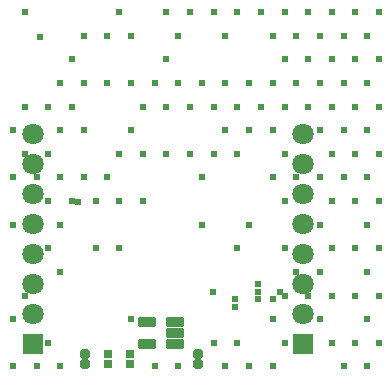
<source format=gbr>
%TF.GenerationSoftware,Altium Limited,Altium Designer,22.6.1 (34)*%
G04 Layer_Color=16711935*
%FSLAX45Y45*%
%MOMM*%
%TF.SameCoordinates,421C64DB-711B-49BE-949A-821E8169F4DF*%
%TF.FilePolarity,Negative*%
%TF.FileFunction,Soldermask,Bot*%
%TF.Part,Single*%
G01*
G75*
%TA.AperFunction,SMDPad,CuDef*%
G04:AMPARAMS|DCode=35|XSize=0.8382mm|YSize=0.8382mm|CornerRadius=0.26035mm|HoleSize=0mm|Usage=FLASHONLY|Rotation=90.000|XOffset=0mm|YOffset=0mm|HoleType=Round|Shape=RoundedRectangle|*
%AMROUNDEDRECTD35*
21,1,0.83820,0.31750,0,0,90.0*
21,1,0.31750,0.83820,0,0,90.0*
1,1,0.52070,0.15875,0.15875*
1,1,0.52070,0.15875,-0.15875*
1,1,0.52070,-0.15875,-0.15875*
1,1,0.52070,-0.15875,0.15875*
%
%ADD35ROUNDEDRECTD35*%
G04:AMPARAMS|DCode=36|XSize=0.7932mm|YSize=1.5732mm|CornerRadius=0.14585mm|HoleSize=0mm|Usage=FLASHONLY|Rotation=270.000|XOffset=0mm|YOffset=0mm|HoleType=Round|Shape=RoundedRectangle|*
%AMROUNDEDRECTD36*
21,1,0.79320,1.28150,0,0,270.0*
21,1,0.50150,1.57320,0,0,270.0*
1,1,0.29170,-0.64075,-0.25075*
1,1,0.29170,-0.64075,0.25075*
1,1,0.29170,0.64075,0.25075*
1,1,0.29170,0.64075,-0.25075*
%
%ADD36ROUNDEDRECTD36*%
%ADD37R,0.80320X0.71320*%
%ADD38R,0.80320X0.76320*%
%TA.AperFunction,ComponentPad*%
%ADD39C,1.80320*%
%ADD40R,1.80320X1.80320*%
%TA.AperFunction,ViaPad*%
%ADD41C,0.60320*%
D35*
X635000Y82550D02*
D03*
Y171450D02*
D03*
X1587500Y82550D02*
D03*
Y171450D02*
D03*
D36*
X1397000Y444000D02*
D03*
Y349000D02*
D03*
Y254000D02*
D03*
X1162000D02*
D03*
Y444000D02*
D03*
D37*
X825500Y82500D02*
D03*
Y171500D02*
D03*
D38*
X1016000Y83500D02*
D03*
Y170500D02*
D03*
D39*
X190500Y2032000D02*
D03*
Y1778000D02*
D03*
Y1270000D02*
D03*
Y762000D02*
D03*
Y508000D02*
D03*
Y1016000D02*
D03*
Y1524000D02*
D03*
X2476500D02*
D03*
Y1016000D02*
D03*
Y508000D02*
D03*
Y762000D02*
D03*
Y1270000D02*
D03*
Y1778000D02*
D03*
Y2032000D02*
D03*
D40*
X190500Y254000D02*
D03*
X2476500D02*
D03*
D41*
X3124008Y3066005D02*
D03*
X3024008Y2866004D02*
D03*
X3124008Y2666004D02*
D03*
X3024008Y2466004D02*
D03*
X3124008Y2266004D02*
D03*
X3024008Y2066004D02*
D03*
X3124008Y1866004D02*
D03*
X3024008Y1666004D02*
D03*
X3124008Y1466004D02*
D03*
X3024008Y1266004D02*
D03*
X3124008Y1066003D02*
D03*
X3024008Y866003D02*
D03*
X3124008Y666003D02*
D03*
X3024008Y466003D02*
D03*
X3124008Y266003D02*
D03*
X3024008Y66003D02*
D03*
X2924008Y3066005D02*
D03*
X2824008Y2866004D02*
D03*
X2924008Y2666004D02*
D03*
X2824008Y2466004D02*
D03*
X2924008Y2266004D02*
D03*
X2824008Y2066004D02*
D03*
X2924008Y1866004D02*
D03*
X2824008Y1666004D02*
D03*
X2924008Y1466004D02*
D03*
Y1066003D02*
D03*
Y666003D02*
D03*
Y266003D02*
D03*
X2824008Y66003D02*
D03*
X2724008Y3066005D02*
D03*
X2624007Y2866004D02*
D03*
X2724008Y2666004D02*
D03*
X2624007Y2466004D02*
D03*
X2724008Y2266004D02*
D03*
X2624007Y2066004D02*
D03*
X2724008Y1866004D02*
D03*
X2624007Y1666004D02*
D03*
X2724008Y1466004D02*
D03*
X2624007Y1266004D02*
D03*
X2724008Y1066003D02*
D03*
X2624007Y866003D02*
D03*
X2724008Y666003D02*
D03*
X2624007Y466003D02*
D03*
X2724008Y266003D02*
D03*
X2524007Y3066005D02*
D03*
X2424007Y2866004D02*
D03*
X2524007Y2666004D02*
D03*
X2424007Y2466004D02*
D03*
X2524007Y2266004D02*
D03*
X2424007Y1666004D02*
D03*
Y866003D02*
D03*
X2524007Y666003D02*
D03*
X2324007Y3066005D02*
D03*
X2224007Y2866004D02*
D03*
X2324007Y2666004D02*
D03*
X2224007Y2466004D02*
D03*
X2324007Y2266004D02*
D03*
X2224007Y2066004D02*
D03*
X2324007Y1866004D02*
D03*
X2224007Y1666004D02*
D03*
X2324007Y1466004D02*
D03*
Y1066003D02*
D03*
Y666003D02*
D03*
X2224007Y466003D02*
D03*
X2324007Y266003D02*
D03*
X2224007Y66003D02*
D03*
X2124007Y3066005D02*
D03*
X2024007Y2466004D02*
D03*
X2124007Y2266004D02*
D03*
X2024007Y2066004D02*
D03*
Y1266004D02*
D03*
Y66003D02*
D03*
X1924007Y3066005D02*
D03*
X1824007Y2866004D02*
D03*
Y2466004D02*
D03*
X1924007Y2266004D02*
D03*
X1824007Y2066004D02*
D03*
X1924007Y1866004D02*
D03*
Y1066003D02*
D03*
Y266003D02*
D03*
X1824007Y66003D02*
D03*
X1724007Y3066005D02*
D03*
X1624007Y2466004D02*
D03*
X1724007Y2266004D02*
D03*
Y1866004D02*
D03*
X1624007Y1666004D02*
D03*
Y1266004D02*
D03*
X1724007Y266003D02*
D03*
X1524007Y3066005D02*
D03*
X1424007Y2866004D02*
D03*
Y2466004D02*
D03*
X1524007Y2266004D02*
D03*
Y1866004D02*
D03*
X1424007Y66003D02*
D03*
X1324007Y3066005D02*
D03*
Y2666004D02*
D03*
X1224007Y2466004D02*
D03*
X1324007Y2266004D02*
D03*
Y1866004D02*
D03*
X1224007Y66003D02*
D03*
X1024007Y2866004D02*
D03*
Y2466004D02*
D03*
X1124007Y2266004D02*
D03*
X1024007Y2066004D02*
D03*
X1124007Y1866004D02*
D03*
Y1466004D02*
D03*
X1024007Y466003D02*
D03*
X924007Y3066005D02*
D03*
X824006Y2866004D02*
D03*
Y2466004D02*
D03*
X924007Y1866004D02*
D03*
X824006Y1666004D02*
D03*
X924007Y1466004D02*
D03*
Y1066003D02*
D03*
X624006Y2866004D02*
D03*
Y2466004D02*
D03*
Y2066004D02*
D03*
Y1666004D02*
D03*
X724006Y1466004D02*
D03*
Y1066003D02*
D03*
X524006Y2666004D02*
D03*
X424006Y2466004D02*
D03*
X524006Y2266004D02*
D03*
X424006Y2066004D02*
D03*
Y1666004D02*
D03*
X524006Y1466004D02*
D03*
X424006Y1266004D02*
D03*
Y866003D02*
D03*
Y66003D02*
D03*
X324006Y2266004D02*
D03*
Y1866004D02*
D03*
X224006Y1666004D02*
D03*
X324006Y1466004D02*
D03*
Y1066003D02*
D03*
Y266003D02*
D03*
X224006Y66003D02*
D03*
X124006Y3066005D02*
D03*
Y2266004D02*
D03*
X24006Y2066004D02*
D03*
X124006Y1866004D02*
D03*
X24006Y1666004D02*
D03*
Y1266004D02*
D03*
X124006Y666003D02*
D03*
X24006Y466003D02*
D03*
Y66003D02*
D03*
X571500Y1460500D02*
D03*
X254000Y2857500D02*
D03*
X1714500Y698500D02*
D03*
X1905000Y571500D02*
D03*
Y635000D02*
D03*
X2095500Y762000D02*
D03*
X2286000Y698500D02*
D03*
X2095500D02*
D03*
X2222500Y635000D02*
D03*
X2095500D02*
D03*
%TF.MD5,a465beda288b9caac36355f6326e689d*%
M02*

</source>
